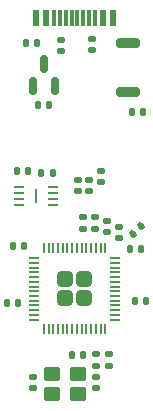
<source format=gbr>
%TF.GenerationSoftware,KiCad,Pcbnew,9.0.7*%
%TF.CreationDate,2026-02-10T16:35:41-06:00*%
%TF.ProjectId,Devboard RP2040,44657662-6f61-4726-9420-525032303430,rev?*%
%TF.SameCoordinates,Original*%
%TF.FileFunction,Paste,Top*%
%TF.FilePolarity,Positive*%
%FSLAX46Y46*%
G04 Gerber Fmt 4.6, Leading zero omitted, Abs format (unit mm)*
G04 Created by KiCad (PCBNEW 9.0.7) date 2026-02-10 16:35:41*
%MOMM*%
%LPD*%
G01*
G04 APERTURE LIST*
G04 Aperture macros list*
%AMRoundRect*
0 Rectangle with rounded corners*
0 $1 Rounding radius*
0 $2 $3 $4 $5 $6 $7 $8 $9 X,Y pos of 4 corners*
0 Add a 4 corners polygon primitive as box body*
4,1,4,$2,$3,$4,$5,$6,$7,$8,$9,$2,$3,0*
0 Add four circle primitives for the rounded corners*
1,1,$1+$1,$2,$3*
1,1,$1+$1,$4,$5*
1,1,$1+$1,$6,$7*
1,1,$1+$1,$8,$9*
0 Add four rect primitives between the rounded corners*
20,1,$1+$1,$2,$3,$4,$5,0*
20,1,$1+$1,$4,$5,$6,$7,0*
20,1,$1+$1,$6,$7,$8,$9,0*
20,1,$1+$1,$8,$9,$2,$3,0*%
G04 Aperture macros list end*
%ADD10RoundRect,0.147500X0.172500X-0.147500X0.172500X0.147500X-0.172500X0.147500X-0.172500X-0.147500X0*%
%ADD11RoundRect,0.147500X-0.172500X0.147500X-0.172500X-0.147500X0.172500X-0.147500X0.172500X0.147500X0*%
%ADD12RoundRect,0.140000X-0.170000X0.140000X-0.170000X-0.140000X0.170000X-0.140000X0.170000X0.140000X0*%
%ADD13RoundRect,0.140000X0.170000X-0.140000X0.170000X0.140000X-0.170000X0.140000X-0.170000X-0.140000X0*%
%ADD14RoundRect,0.250000X0.450000X0.350000X-0.450000X0.350000X-0.450000X-0.350000X0.450000X-0.350000X0*%
%ADD15RoundRect,0.140000X0.140000X0.170000X-0.140000X0.170000X-0.140000X-0.170000X0.140000X-0.170000X0*%
%ADD16R,0.600000X1.450000*%
%ADD17R,0.300000X1.450000*%
%ADD18RoundRect,0.147500X0.147500X0.172500X-0.147500X0.172500X-0.147500X-0.172500X0.147500X-0.172500X0*%
%ADD19RoundRect,0.200000X-0.800000X0.200000X-0.800000X-0.200000X0.800000X-0.200000X0.800000X0.200000X0*%
%ADD20RoundRect,0.249999X-0.395001X-0.395001X0.395001X-0.395001X0.395001X0.395001X-0.395001X0.395001X0*%
%ADD21RoundRect,0.050000X-0.387500X-0.050000X0.387500X-0.050000X0.387500X0.050000X-0.387500X0.050000X0*%
%ADD22RoundRect,0.050000X-0.050000X-0.387500X0.050000X-0.387500X0.050000X0.387500X-0.050000X0.387500X0*%
%ADD23RoundRect,0.140000X-0.140000X-0.170000X0.140000X-0.170000X0.140000X0.170000X-0.140000X0.170000X0*%
%ADD24RoundRect,0.150000X0.150000X-0.587500X0.150000X0.587500X-0.150000X0.587500X-0.150000X-0.587500X0*%
%ADD25RoundRect,0.040000X-0.040000X-0.605000X0.040000X-0.605000X0.040000X0.605000X-0.040000X0.605000X0*%
%ADD26RoundRect,0.062500X-0.387500X-0.062500X0.387500X-0.062500X0.387500X0.062500X-0.387500X0.062500X0*%
%ADD27RoundRect,0.140000X0.021213X-0.219203X0.219203X-0.021213X-0.021213X0.219203X-0.219203X0.021213X0*%
G04 APERTURE END LIST*
D10*
%TO.C,R4*%
X131540000Y-48515000D03*
X131540000Y-49485000D03*
%TD*%
%TO.C,R3*%
X132540000Y-48515000D03*
X132540000Y-49485000D03*
%TD*%
D11*
%TO.C,R2*%
X129700000Y-33485000D03*
X129700000Y-34455000D03*
%TD*%
D12*
%TO.C,C15*%
X127300000Y-62020000D03*
X127300000Y-62980000D03*
%TD*%
D13*
%TO.C,C5*%
X134600000Y-50280000D03*
X134600000Y-49320000D03*
%TD*%
%TO.C,C11*%
X133600000Y-49780000D03*
X133600000Y-48820000D03*
%TD*%
D14*
%TO.C,Y1*%
X131100000Y-61800000D03*
X128900000Y-61800000D03*
X128900000Y-63500000D03*
X131100000Y-63500000D03*
%TD*%
D13*
%TO.C,C16*%
X132700000Y-62980000D03*
X132700000Y-62020000D03*
%TD*%
D15*
%TO.C,C9*%
X126560000Y-51000000D03*
X125600000Y-51000000D03*
%TD*%
D16*
%TO.C,J1*%
X134090000Y-31635000D03*
X133290000Y-31635000D03*
D17*
X132090000Y-31635000D03*
X131090000Y-31635000D03*
X130590000Y-31635000D03*
X129590000Y-31635000D03*
D16*
X128390000Y-31635000D03*
X127590000Y-31635000D03*
X127590000Y-31635000D03*
X128390000Y-31635000D03*
D17*
X129090000Y-31635000D03*
X130090000Y-31635000D03*
X131590000Y-31635000D03*
X132590000Y-31635000D03*
D16*
X133290000Y-31635000D03*
X134090000Y-31635000D03*
%TD*%
D15*
%TO.C,C7*%
X126080000Y-55800000D03*
X125120000Y-55800000D03*
%TD*%
D12*
%TO.C,C1*%
X132700000Y-60120000D03*
X132700000Y-61080000D03*
%TD*%
D18*
%TO.C,R6*%
X136650000Y-39600000D03*
X135680000Y-39600000D03*
%TD*%
D13*
%TO.C,C8*%
X132100000Y-46300000D03*
X132100000Y-45340000D03*
%TD*%
D11*
%TO.C,R1*%
X132300000Y-33415000D03*
X132300000Y-34385000D03*
%TD*%
D18*
%TO.C,R7*%
X126900000Y-44600000D03*
X125930000Y-44600000D03*
%TD*%
D19*
%TO.C,SW1*%
X135350000Y-33750000D03*
X135350000Y-37950000D03*
%TD*%
D20*
%TO.C,U1*%
X130040000Y-53790000D03*
X130040000Y-55390000D03*
X131640000Y-53790000D03*
X131640000Y-55390000D03*
D21*
X127402500Y-51990000D03*
X127402500Y-52390000D03*
X127402500Y-52790000D03*
X127402500Y-53190000D03*
X127402500Y-53590000D03*
X127402500Y-53990000D03*
X127402500Y-54390000D03*
X127402500Y-54790000D03*
X127402500Y-55190000D03*
X127402500Y-55590000D03*
X127402500Y-55990000D03*
X127402500Y-56390000D03*
X127402500Y-56790000D03*
X127402500Y-57190000D03*
D22*
X128240000Y-58027500D03*
X128640000Y-58027500D03*
X129040000Y-58027500D03*
X129440000Y-58027500D03*
X129840000Y-58027500D03*
X130240000Y-58027500D03*
X130640000Y-58027500D03*
X131040000Y-58027500D03*
X131440000Y-58027500D03*
X131840000Y-58027500D03*
X132240000Y-58027500D03*
X132640000Y-58027500D03*
X133040000Y-58027500D03*
X133440000Y-58027500D03*
D21*
X134277500Y-57190000D03*
X134277500Y-56790000D03*
X134277500Y-56390000D03*
X134277500Y-55990000D03*
X134277500Y-55590000D03*
X134277500Y-55190000D03*
X134277500Y-54790000D03*
X134277500Y-54390000D03*
X134277500Y-53990000D03*
X134277500Y-53590000D03*
X134277500Y-53190000D03*
X134277500Y-52790000D03*
X134277500Y-52390000D03*
X134277500Y-51990000D03*
D22*
X133440000Y-51152500D03*
X133040000Y-51152500D03*
X132640000Y-51152500D03*
X132240000Y-51152500D03*
X131840000Y-51152500D03*
X131440000Y-51152500D03*
X131040000Y-51152500D03*
X130640000Y-51152500D03*
X130240000Y-51152500D03*
X129840000Y-51152500D03*
X129440000Y-51152500D03*
X129040000Y-51152500D03*
X128640000Y-51152500D03*
X128240000Y-51152500D03*
%TD*%
D15*
%TO.C,C17*%
X129000000Y-44750000D03*
X128040000Y-44750000D03*
%TD*%
D13*
%TO.C,C2*%
X133100000Y-45580000D03*
X133100000Y-44620000D03*
%TD*%
D23*
%TO.C,C4*%
X135540000Y-51250000D03*
X136500000Y-51250000D03*
%TD*%
D13*
%TO.C,C12*%
X131100000Y-46300000D03*
X131100000Y-45340000D03*
%TD*%
D12*
%TO.C,C10*%
X133750000Y-60120000D03*
X133750000Y-61080000D03*
%TD*%
D24*
%TO.C,U3*%
X127300000Y-37437500D03*
X129200000Y-37437500D03*
X128250000Y-35562500D03*
%TD*%
D18*
%TO.C,R5*%
X131570000Y-60200000D03*
X130600000Y-60200000D03*
%TD*%
D25*
%TO.C,U4*%
X127575000Y-46750000D03*
D26*
X126150000Y-46000000D03*
X126150000Y-46500000D03*
X126150000Y-47000000D03*
X126150000Y-47500000D03*
X129000000Y-47500000D03*
X129000000Y-47000000D03*
X129000000Y-46500000D03*
X129000000Y-46000000D03*
%TD*%
D27*
%TO.C,C3*%
X135821178Y-49928822D03*
X136500000Y-49250000D03*
%TD*%
D23*
%TO.C,C6*%
X135970000Y-55600000D03*
X136930000Y-55600000D03*
%TD*%
D15*
%TO.C,C14*%
X128700000Y-39000000D03*
X127740000Y-39000000D03*
%TD*%
%TO.C,C13*%
X127680000Y-33750000D03*
X126720000Y-33750000D03*
%TD*%
M02*

</source>
